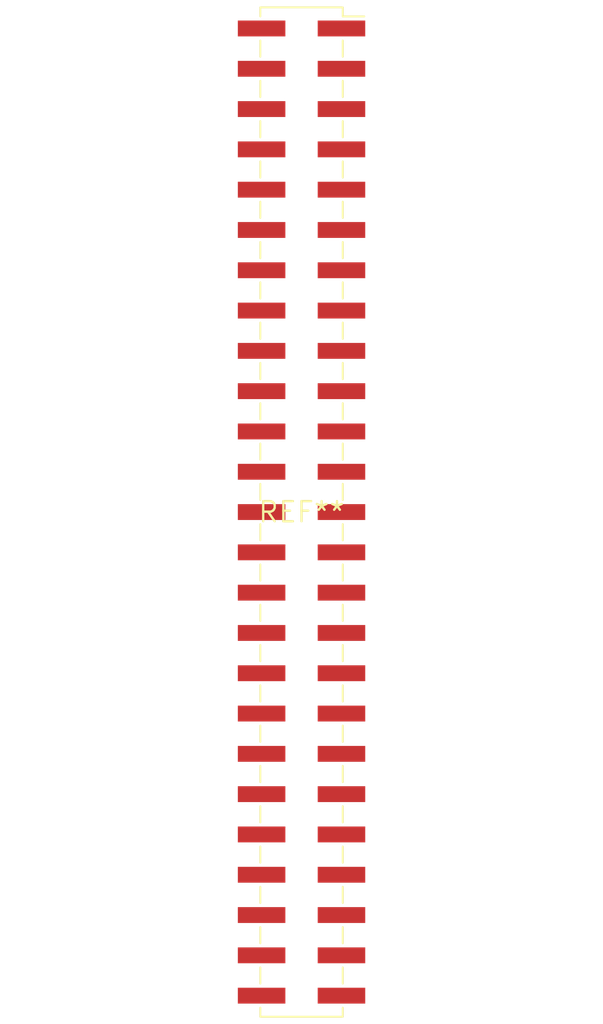
<source format=kicad_pcb>
(kicad_pcb (version 20240108) (generator pcbnew)
  (layers (0 "F.Cu" signal) (31 "B.Cu" signal) (34 "B.Paste" user) (35 "F.Paste" user) (36 "B.SilkS" user "B.Silkscreen") (37 "F.SilkS" user "F.Silkscreen") (38 "B.Mask" user) (39 "F.Mask" user) (44 "Edge.Cuts" user))
  (net 0 "")
  (footprint "PinSocket_2x25_P2.54mm_Vertical_SMD" (layer "F.Cu") (at 0 0)
    (property "Reference" "REF**")
    (property "Value" "PinSocket_2x25_P2.54mm_Vertical_SMD")
    (fp_line (start -2.6 -31.81) (end -2.6 -31.24) (layer "F.SilkS") (stroke (width 0.12)))
    (fp_line (start -2.6 -31.81) (end 2.6 -31.81) (layer "F.SilkS") (stroke (width 0.12)))
    (fp_line (start -2.6 -29.72) (end -2.6 -28.7) (layer "F.SilkS") (stroke (width 0.12)))
    (fp_line (start -2.6 -27.18) (end -2.6 -26.16) (layer "F.SilkS") (stroke (width 0.12)))
    (fp_line (start -2.6 -24.64) (end -2.6 -23.62) (layer "F.SilkS") (stroke (width 0.12)))
    (fp_line (start -2.6 -22.1) (end -2.6 -21.08) (layer "F.SilkS") (stroke (width 0.12)))
    (fp_line (start -2.6 -19.56) (end -2.6 -18.54) (layer "F.SilkS") (stroke (width 0.12)))
    (fp_line (start -2.6 -17.02) (end -2.6 -16) (layer "F.SilkS") (stroke (width 0.12)))
    (fp_line (start -2.6 -14.48) (end -2.6 -13.46) (layer "F.SilkS") (stroke (width 0.12)))
    (fp_line (start -2.6 -11.94) (end -2.6 -10.92) (layer "F.SilkS") (stroke (width 0.12)))
    (fp_line (start -2.6 -9.4) (end -2.6 -8.38) (layer "F.SilkS") (stroke (width 0.12)))
    (fp_line (start -2.6 -6.86) (end -2.6 -5.84) (layer "F.SilkS") (stroke (width 0.12)))
    (fp_line (start -2.6 -4.32) (end -2.6 -3.3) (layer "F.SilkS") (stroke (width 0.12)))
    (fp_line (start -2.6 -1.78) (end -2.6 -0.76) (layer "F.SilkS") (stroke (width 0.12)))
    (fp_line (start -2.6 0.76) (end -2.6 1.78) (layer "F.SilkS") (stroke (width 0.12)))
    (fp_line (start -2.6 3.3) (end -2.6 4.32) (layer "F.SilkS") (stroke (width 0.12)))
    (fp_line (start -2.6 5.84) (end -2.6 6.86) (layer "F.SilkS") (stroke (width 0.12)))
    (fp_line (start -2.6 8.38) (end -2.6 9.4) (layer "F.SilkS") (stroke (width 0.12)))
    (fp_line (start -2.6 10.92) (end -2.6 11.94) (layer "F.SilkS") (stroke (width 0.12)))
    (fp_line (start -2.6 13.46) (end -2.6 14.48) (layer "F.SilkS") (stroke (width 0.12)))
    (fp_line (start -2.6 16) (end -2.6 17.02) (layer "F.SilkS") (stroke (width 0.12)))
    (fp_line (start -2.6 18.54) (end -2.6 19.56) (layer "F.SilkS") (stroke (width 0.12)))
    (fp_line (start -2.6 21.08) (end -2.6 22.1) (layer "F.SilkS") (stroke (width 0.12)))
    (fp_line (start -2.6 23.62) (end -2.6 24.64) (layer "F.SilkS") (stroke (width 0.12)))
    (fp_line (start -2.6 26.16) (end -2.6 27.18) (layer "F.SilkS") (stroke (width 0.12)))
    (fp_line (start -2.6 28.7) (end -2.6 29.72) (layer "F.SilkS") (stroke (width 0.12)))
    (fp_line (start -2.6 31.24) (end -2.6 31.81) (layer "F.SilkS") (stroke (width 0.12)))
    (fp_line (start -2.6 31.81) (end 2.6 31.81) (layer "F.SilkS") (stroke (width 0.12)))
    (fp_line (start 2.6 -31.81) (end 2.6 -31.24) (layer "F.SilkS") (stroke (width 0.12)))
    (fp_line (start 2.6 -31.24) (end 3.96 -31.24) (layer "F.SilkS") (stroke (width 0.12)))
    (fp_line (start 2.6 -29.72) (end 2.6 -28.7) (layer "F.SilkS") (stroke (width 0.12)))
    (fp_line (start 2.6 -27.18) (end 2.6 -26.16) (layer "F.SilkS") (stroke (width 0.12)))
    (fp_line (start 2.6 -24.64) (end 2.6 -23.62) (layer "F.SilkS") (stroke (width 0.12)))
    (fp_line (start 2.6 -22.1) (end 2.6 -21.08) (layer "F.SilkS") (stroke (width 0.12)))
    (fp_line (start 2.6 -19.56) (end 2.6 -18.54) (layer "F.SilkS") (stroke (width 0.12)))
    (fp_line (start 2.6 -17.02) (end 2.6 -16) (layer "F.SilkS") (stroke (width 0.12)))
    (fp_line (start 2.6 -14.48) (end 2.6 -13.46) (layer "F.SilkS") (stroke (width 0.12)))
    (fp_line (start 2.6 -11.94) (end 2.6 -10.92) (layer "F.SilkS") (stroke (width 0.12)))
    (fp_line (start 2.6 -9.4) (end 2.6 -8.38) (layer "F.SilkS") (stroke (width 0.12)))
    (fp_line (start 2.6 -6.86) (end 2.6 -5.84) (layer "F.SilkS") (stroke (width 0.12)))
    (fp_line (start 2.6 -4.32) (end 2.6 -3.3) (layer "F.SilkS") (stroke (width 0.12)))
    (fp_line (start 2.6 -1.78) (end 2.6 -0.76) (layer "F.SilkS") (stroke (width 0.12)))
    (fp_line (start 2.6 0.76) (end 2.6 1.78) (layer "F.SilkS") (stroke (width 0.12)))
    (fp_line (start 2.6 3.3) (end 2.6 4.32) (layer "F.SilkS") (stroke (width 0.12)))
    (fp_line (start 2.6 5.84) (end 2.6 6.86) (layer "F.SilkS") (stroke (width 0.12)))
    (fp_line (start 2.6 8.38) (end 2.6 9.4) (layer "F.SilkS") (stroke (width 0.12)))
    (fp_line (start 2.6 10.92) (end 2.6 11.94) (layer "F.SilkS") (stroke (width 0.12)))
    (fp_line (start 2.6 13.46) (end 2.6 14.48) (layer "F.SilkS") (stroke (width 0.12)))
    (fp_line (start 2.6 16) (end 2.6 17.02) (layer "F.SilkS") (stroke (width 0.12)))
    (fp_line (start 2.6 18.54) (end 2.6 19.56) (layer "F.SilkS") (stroke (width 0.12)))
    (fp_line (start 2.6 21.08) (end 2.6 22.1) (layer "F.SilkS") (stroke (width 0.12)))
    (fp_line (start 2.6 23.62) (end 2.6 24.64) (layer "F.SilkS") (stroke (width 0.12)))
    (fp_line (start 2.6 26.16) (end 2.6 27.18) (layer "F.SilkS") (stroke (width 0.12)))
    (fp_line (start 2.6 28.7) (end 2.6 29.72) (layer "F.SilkS") (stroke (width 0.12)))
    (fp_line (start 2.6 31.24) (end 2.6 31.81) (layer "F.SilkS") (stroke (width 0.12)))
    (pad "1" smd rect (at 2.52 -30.48) (size 3 1) (layers "F.Cu" "F.Paste" "F.Mask"))
    (pad "2" smd rect (at -2.52 -30.48) (size 3 1) (layers "F.Cu" "F.Paste" "F.Mask"))
    (pad "3" smd rect (at 2.52 -27.94) (size 3 1) (layers "F.Cu" "F.Paste" "F.Mask"))
    (pad "4" smd rect (at -2.52 -27.94) (size 3 1) (layers "F.Cu" "F.Paste" "F.Mask"))
    (pad "5" smd rect (at 2.52 -25.4) (size 3 1) (layers "F.Cu" "F.Paste" "F.Mask"))
    (pad "6" smd rect (at -2.52 -25.4) (size 3 1) (layers "F.Cu" "F.Paste" "F.Mask"))
    (pad "7" smd rect (at 2.52 -22.86) (size 3 1) (layers "F.Cu" "F.Paste" "F.Mask"))
    (pad "8" smd rect (at -2.52 -22.86) (size 3 1) (layers "F.Cu" "F.Paste" "F.Mask"))
    (pad "9" smd rect (at 2.52 -20.32) (size 3 1) (layers "F.Cu" "F.Paste" "F.Mask"))
    (pad "10" smd rect (at -2.52 -20.32) (size 3 1) (layers "F.Cu" "F.Paste" "F.Mask"))
    (pad "11" smd rect (at 2.52 -17.78) (size 3 1) (layers "F.Cu" "F.Paste" "F.Mask"))
    (pad "12" smd rect (at -2.52 -17.78) (size 3 1) (layers "F.Cu" "F.Paste" "F.Mask"))
    (pad "13" smd rect (at 2.52 -15.24) (size 3 1) (layers "F.Cu" "F.Paste" "F.Mask"))
    (pad "14" smd rect (at -2.52 -15.24) (size 3 1) (layers "F.Cu" "F.Paste" "F.Mask"))
    (pad "15" smd rect (at 2.52 -12.7) (size 3 1) (layers "F.Cu" "F.Paste" "F.Mask"))
    (pad "16" smd rect (at -2.52 -12.7) (size 3 1) (layers "F.Cu" "F.Paste" "F.Mask"))
    (pad "17" smd rect (at 2.52 -10.16) (size 3 1) (layers "F.Cu" "F.Paste" "F.Mask"))
    (pad "18" smd rect (at -2.52 -10.16) (size 3 1) (layers "F.Cu" "F.Paste" "F.Mask"))
    (pad "19" smd rect (at 2.52 -7.62) (size 3 1) (layers "F.Cu" "F.Paste" "F.Mask"))
    (pad "20" smd rect (at -2.52 -7.62) (size 3 1) (layers "F.Cu" "F.Paste" "F.Mask"))
    (pad "21" smd rect (at 2.52 -5.08) (size 3 1) (layers "F.Cu" "F.Paste" "F.Mask"))
    (pad "22" smd rect (at -2.52 -5.08) (size 3 1) (layers "F.Cu" "F.Paste" "F.Mask"))
    (pad "23" smd rect (at 2.52 -2.54) (size 3 1) (layers "F.Cu" "F.Paste" "F.Mask"))
    (pad "24" smd rect (at -2.52 -2.54) (size 3 1) (layers "F.Cu" "F.Paste" "F.Mask"))
    (pad "25" smd rect (at 2.52 0) (size 3 1) (layers "F.Cu" "F.Paste" "F.Mask"))
    (pad "26" smd rect (at -2.52 0) (size 3 1) (layers "F.Cu" "F.Paste" "F.Mask"))
    (pad "27" smd rect (at 2.52 2.54) (size 3 1) (layers "F.Cu" "F.Paste" "F.Mask"))
    (pad "28" smd rect (at -2.52 2.54) (size 3 1) (layers "F.Cu" "F.Paste" "F.Mask"))
    (pad "29" smd rect (at 2.52 5.08) (size 3 1) (layers "F.Cu" "F.Paste" "F.Mask"))
    (pad "30" smd rect (at -2.52 5.08) (size 3 1) (layers "F.Cu" "F.Paste" "F.Mask"))
    (pad "31" smd rect (at 2.52 7.62) (size 3 1) (layers "F.Cu" "F.Paste" "F.Mask"))
    (pad "32" smd rect (at -2.52 7.62) (size 3 1) (layers "F.Cu" "F.Paste" "F.Mask"))
    (pad "33" smd rect (at 2.52 10.16) (size 3 1) (layers "F.Cu" "F.Paste" "F.Mask"))
    (pad "34" smd rect (at -2.52 10.16) (size 3 1) (layers "F.Cu" "F.Paste" "F.Mask"))
    (pad "35" smd rect (at 2.52 12.7) (size 3 1) (layers "F.Cu" "F.Paste" "F.Mask"))
    (pad "36" smd rect (at -2.52 12.7) (size 3 1) (layers "F.Cu" "F.Paste" "F.Mask"))
    (pad "37" smd rect (at 2.52 15.24) (size 3 1) (layers "F.Cu" "F.Paste" "F.Mask"))
    (pad "38" smd rect (at -2.52 15.24) (size 3 1) (layers "F.Cu" "F.Paste" "F.Mask"))
    (pad "39" smd rect (at 2.52 17.78) (size 3 1) (layers "F.Cu" "F.Paste" "F.Mask"))
    (pad "40" smd rect (at -2.52 17.78) (size 3 1) (layers "F.Cu" "F.Paste" "F.Mask"))
    (pad "41" smd rect (at 2.52 20.32) (size 3 1) (layers "F.Cu" "F.Paste" "F.Mask"))
    (pad "42" smd rect (at -2.52 20.32) (size 3 1) (layers "F.Cu" "F.Paste" "F.Mask"))
    (pad "43" smd rect (at 2.52 22.86) (size 3 1) (layers "F.Cu" "F.Paste" "F.Mask"))
    (pad "44" smd rect (at -2.52 22.86) (size 3 1) (layers "F.Cu" "F.Paste" "F.Mask"))
    (pad "45" smd rect (at 2.52 25.4) (size 3 1) (layers "F.Cu" "F.Paste" "F.Mask"))
    (pad "46" smd rect (at -2.52 25.4) (size 3 1) (layers "F.Cu" "F.Paste" "F.Mask"))
    (pad "47" smd rect (at 2.52 27.94) (size 3 1) (layers "F.Cu" "F.Paste" "F.Mask"))
    (pad "48" smd rect (at -2.52 27.94) (size 3 1) (layers "F.Cu" "F.Paste" "F.Mask"))
    (pad "49" smd rect (at 2.52 30.48) (size 3 1) (layers "F.Cu" "F.Paste" "F.Mask"))
    (pad "50" smd rect (at -2.52 30.48) (size 3 1) (layers "F.Cu" "F.Paste" "F.Mask"))
  )
)
</source>
